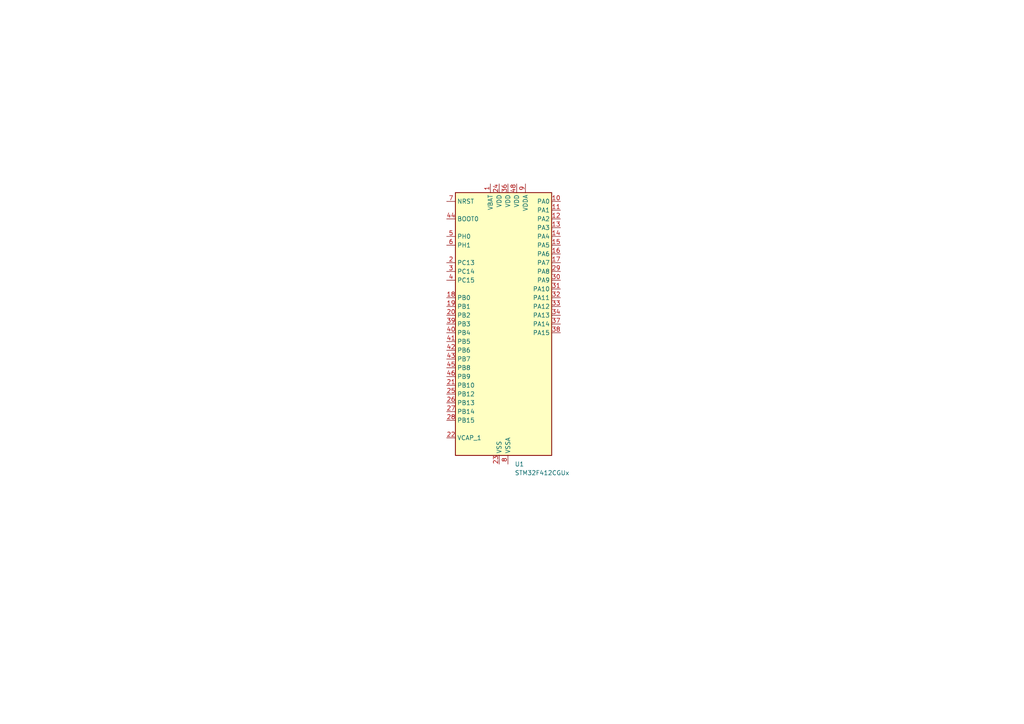
<source format=kicad_sch>
(kicad_sch (version 20230121) (generator eeschema)
  (paper "A4")
  (lib_symbols
    (symbol "MCU_ST_STM32F4:STM32F412CGUx"
      (property "Reference" "U" (at -12.7 39.37 0))
      (property "Value" "STM32F412CGUx" (at 10.16 39.37 0))
      (symbol "STM32F412CGUx_0_1"
        (rectangle (start -12.7 -38.1) (end 15.24 38.1) (stroke (width 0.254)) (fill (type background)))
      )
      (symbol "STM32F412CGUx_1_1"
        (pin power_in line (at -2.54 40.64 270) (length 2.54) (name "VBAT") (number "1"))
        (pin bidirectional line (at 17.78 35.56 180) (length 2.54) (name "PA0") (number "10"))
        (pin bidirectional line (at 17.78 33.02 180) (length 2.54) (name "PA1") (number "11"))
        (pin bidirectional line (at 17.78 30.48 180) (length 2.54) (name "PA2") (number "12"))
        (pin bidirectional line (at 17.78 27.94 180) (length 2.54) (name "PA3") (number "13"))
        (pin bidirectional line (at 17.78 25.4 180) (length 2.54) (name "PA4") (number "14"))
        (pin bidirectional line (at 17.78 22.86 180) (length 2.54) (name "PA5") (number "15"))
        (pin bidirectional line (at 17.78 20.32 180) (length 2.54) (name "PA6") (number "16"))
        (pin bidirectional line (at 17.78 17.78 180) (length 2.54) (name "PA7") (number "17"))
        (pin bidirectional line (at -15.24 7.62 0) (length 2.54) (name "PB0") (number "18"))
        (pin bidirectional line (at -15.24 5.08 0) (length 2.54) (name "PB1") (number "19"))
        (pin bidirectional line (at -15.24 17.78 0) (length 2.54) (name "PC13") (number "2"))
        (pin bidirectional line (at -15.24 2.54 0) (length 2.54) (name "PB2") (number "20"))
        (pin bidirectional line (at -15.24 -17.78 0) (length 2.54) (name "PB10") (number "21"))
        (pin power_out line (at -15.24 -33.02 0) (length 2.54) (name "VCAP_1") (number "22"))
        (pin power_in line (at 0 -40.64 90) (length 2.54) (name "VSS") (number "23"))
        (pin power_in line (at 0 40.64 270) (length 2.54) (name "VDD") (number "24"))
        (pin bidirectional line (at -15.24 -20.32 0) (length 2.54) (name "PB12") (number "25"))
        (pin bidirectional line (at -15.24 -22.86 0) (length 2.54) (name "PB13") (number "26"))
        (pin bidirectional line (at -15.24 -25.4 0) (length 2.54) (name "PB14") (number "27"))
        (pin bidirectional line (at -15.24 -27.94 0) (length 2.54) (name "PB15") (number "28"))
        (pin bidirectional line (at 17.78 15.24 180) (length 2.54) (name "PA8") (number "29"))
        (pin bidirectional line (at -15.24 15.24 0) (length 2.54) (name "PC14") (number "3"))
        (pin bidirectional line (at 17.78 12.7 180) (length 2.54) (name "PA9") (number "30"))
        (pin bidirectional line (at 17.78 10.16 180) (length 2.54) (name "PA10") (number "31"))
        (pin bidirectional line (at 17.78 7.62 180) (length 2.54) (name "PA11") (number "32"))
        (pin bidirectional line (at 17.78 5.08 180) (length 2.54) (name "PA12") (number "33"))
        (pin bidirectional line (at 17.78 2.54 180) (length 2.54) (name "PA13") (number "34"))
        (pin passive line (at 0 -40.64 90) (length 2.54) hide (name "VSS") (number "35"))
        (pin power_in line (at 2.54 40.64 270) (length 2.54) (name "VDD") (number "36"))
        (pin bidirectional line (at 17.78 0 180) (length 2.54) (name "PA14") (number "37"))
        (pin bidirectional line (at 17.78 -2.54 180) (length 2.54) (name "PA15") (number "38"))
        (pin bidirectional line (at -15.24 0 0) (length 2.54) (name "PB3") (number "39"))
        (pin bidirectional line (at -15.24 12.7 0) (length 2.54) (name "PC15") (number "4"))
        (pin bidirectional line (at -15.24 -2.54 0) (length 2.54) (name "PB4") (number "40"))
        (pin bidirectional line (at -15.24 -5.08 0) (length 2.54) (name "PB5") (number "41"))
        (pin bidirectional line (at -15.24 -7.62 0) (length 2.54) (name "PB6") (number "42"))
        (pin bidirectional line (at -15.24 -10.16 0) (length 2.54) (name "PB7") (number "43"))
        (pin input line (at -15.24 30.48 0) (length 2.54) (name "BOOT0") (number "44"))
        (pin bidirectional line (at -15.24 -12.7 0) (length 2.54) (name "PB8") (number "45"))
        (pin bidirectional line (at -15.24 -15.24 0) (length 2.54) (name "PB9") (number "46"))
        (pin passive line (at 0 -40.64 90) (length 2.54) hide (name "VSS") (number "47"))
        (pin power_in line (at 5.08 40.64 270) (length 2.54) (name "VDD") (number "48"))
        (pin passive line (at 0 -40.64 90) (length 2.54) hide (name "VSS") (number "49"))
        (pin bidirectional line (at -15.24 25.4 0) (length 2.54) (name "PH0") (number "5"))
        (pin bidirectional line (at -15.24 22.86 0) (length 2.54) (name "PH1") (number "6"))
        (pin input line (at -15.24 35.56 0) (length 2.54) (name "NRST") (number "7"))
        (pin power_in line (at 2.54 -40.64 90) (length 2.54) (name "VSSA") (number "8"))
        (pin power_in line (at 7.62 40.64 270) (length 2.54) (name "VDDA") (number "9"))
      )
    )
  )
  (symbol (lib_id "MCU_ST_STM32F4:STM32F412CGUx") (at 144.78 93.98 0) (unit 1)
    (property "Reference" "U1" (at 149.2759 134.62 0) (effects (justify left)))
    (property "Value" "STM32F412CGUx" (at 149.2759 137.16 0) (effects (justify left)))
    (property "Footprint" "Package_DFN_QFN:QFN-48-1EP_7x7mm_P0.5mm_EP5.6x5.6mm" (effects hide))
    (property "Datasheet" "https://www.st.com/resource/en/datasheet/stm32f412cg.pdf" (effects hide))
  )
)
</source>
